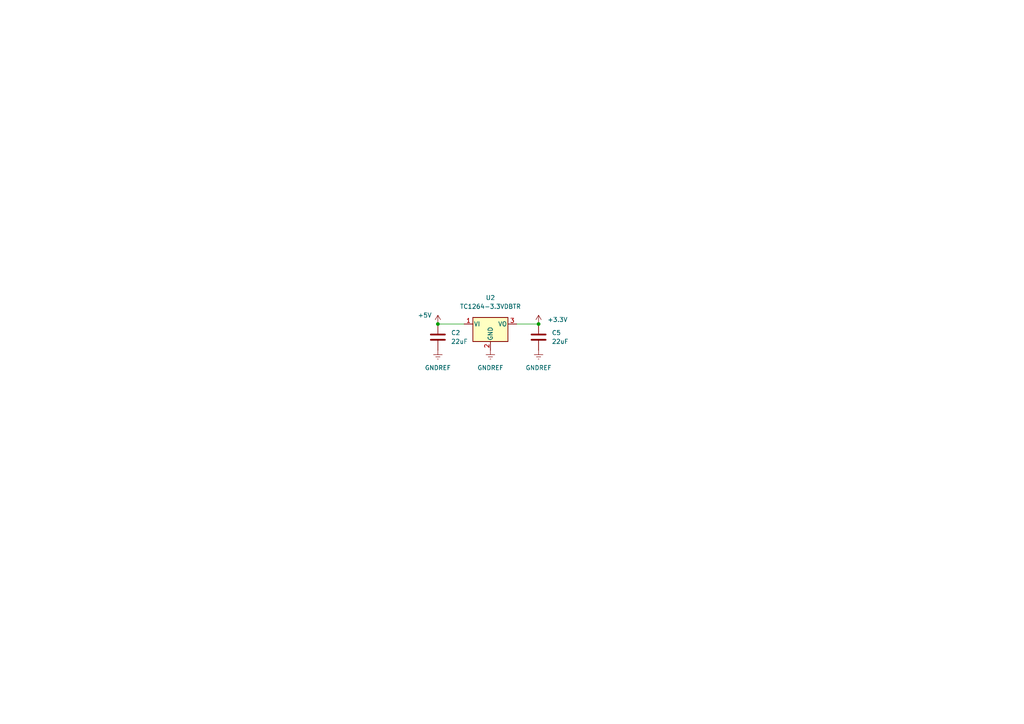
<source format=kicad_sch>
(kicad_sch (version 20230121) (generator eeschema)
  (paper "A4")
  (lib_symbols
    (symbol "Device:C" (pin_numbers hide) (pin_names (offset 0.254))
      (property "Reference" "C" (at 0.635 2.54 0))
      (property "Value" "C" (at 0.635 -2.54 0))
      (symbol "C_0_1"
        (polyline (pts (xy -2.032 -0.762) (xy 2.032 -0.762)) (stroke (width 0.508)))
        (polyline (pts (xy -2.032 0.762) (xy 2.032 0.762)) (stroke (width 0.508)))
      )
      (symbol "C_1_1"
        (pin passive line (at 0 3.81 270) (length 2.794) (name "~") (number "1"))
        (pin passive line (at 0 -3.81 90) (length 2.794) (name "~") (number "2"))
      )
    )
    (symbol "Regulator_Linear:AP7361C-33E" (pin_names (offset 0.254))
      (property "Reference" "U" (at -3.81 3.175 0))
      (property "Value" "AP7361C-33E" (at 0 3.175 0))
      (symbol "AP7361C-33E_0_1"
        (rectangle (start -5.08 -5.08) (end 5.08 1.905) (stroke (width 0.254)) (fill (type background)))
      )
      (symbol "AP7361C-33E_1_1"
        (pin power_in line (at -7.62 0 0) (length 2.54) (name "VI") (number "1"))
        (pin power_in line (at 0 -7.62 90) (length 2.54) (name "GND") (number "2"))
        (pin power_out line (at 7.62 0 180) (length 2.54) (name "VO") (number "3"))
      )
    )
    (symbol "power:+3.3V" (power) (pin_names (offset 0))
      (property "Value" "+3.3V" (at 0 3.556 0))
      (symbol "+3.3V_0_1"
        (polyline (pts (xy -0.762 1.27) (xy 0 2.54)))
        (polyline (pts (xy 0 0) (xy 0 2.54)))
        (polyline (pts (xy 0 2.54) (xy 0.762 1.27)))
      )
      (symbol "+3.3V_1_1"
        (pin power_in line (at 0 0 90) (length 0) hide (name "+3.3V") (number "1"))
      )
    )
    (symbol "power:+5V" (power) (pin_names (offset 0))
      (property "Value" "+5V" (at 0 3.556 0))
      (symbol "+5V_0_1"
        (polyline (pts (xy -0.762 1.27) (xy 0 2.54)))
        (polyline (pts (xy 0 0) (xy 0 2.54)))
        (polyline (pts (xy 0 2.54) (xy 0.762 1.27)))
      )
      (symbol "+5V_1_1"
        (pin power_in line (at 0 0 90) (length 0) hide (name "+5V") (number "1"))
      )
    )
    (symbol "power:GNDREF" (power) (pin_names (offset 0))
      (property "Value" "GNDREF" (at 0 -3.81 0))
      (symbol "GNDREF_0_1"
        (polyline (pts (xy -0.635 -1.905) (xy 0.635 -1.905)))
        (polyline (pts (xy -0.127 -2.54) (xy 0.127 -2.54)))
        (polyline (pts (xy 0 -1.27) (xy 0 0)))
        (polyline (pts (xy 1.27 -1.27) (xy -1.27 -1.27)))
      )
      (symbol "GNDREF_1_1"
        (pin power_in line (at 0 0 270) (length 0) hide (name "GNDREF") (number "1"))
      )
    )
  )
  (junction (at 156.21 93.98))
  (junction (at 127 93.98))
  (wire (pts (xy 127 93.98) (xy 134.62 93.98)))
  (wire (pts (xy 149.86 93.98) (xy 156.21 93.98)))
  (symbol (lib_id "Device:C") (at 127 97.79 0) (unit 1)
    (property "Reference" "C2" (at 130.81 96.5199 0) (effects (justify left)))
    (property "Value" "22uF" (at 130.81 99.0599 0) (effects (justify left)))
    (property "Footprint" "Capacitor_SMD:C_0805_2012Metric_Pad1.18x1.45mm_HandSolder" (effects hide))
    (property "MPN" "CL21A226MOCLRNC" (effects hide))
    (property "INFO" "DIGIKEY" (effects hide))
    (property "Supplier Part Number" "1276-6780-6-ND" (effects hide))
    (instances (project "ESP-Gamma-Detector" (path "" (reference "C2") (unit 1)) (path "" (reference "C2") (unit 1)) (path "" (reference "C2") (unit 1))) (project "opengeiger" (path "" (reference "C1") (unit 1))))
  )
  (symbol (lib_id "power:+3.3V") (at 156.21 93.98 0) (unit 1)
    (property "Reference" "#PWR013" (effects hide))
    (property "Value" "+3.3V" (at 158.75 92.7099 0) (effects (justify left)))
    (instances (project "ESP-Gamma-Detector" (path "" (reference "#PWR013") (unit 1)) (path "" (reference "#PWR05") (unit 1)) (path "" (reference "#PWR05") (unit 1))) (project "opengeiger" (path "" (reference "#PWR015") (unit 1))))
  )
  (symbol (lib_id "Device:C") (at 156.21 97.79 0) (unit 1)
    (property "Reference" "C5" (at 160.02 96.5199 0) (effects (justify left)))
    (property "Value" "22uF" (at 160.02 99.0599 0) (effects (justify left)))
    (property "Footprint" "Capacitor_SMD:C_0805_2012Metric_Pad1.18x1.45mm_HandSolder" (effects hide))
    (property "MPN" "CL21A226MOCLRNC" (effects hide))
    (property "INFO" "DIGIKEY" (effects hide))
    (property "Supplier Part Number" "1276-6780-6-ND" (effects hide))
    (instances (project "ESP-Gamma-Detector" (path "" (reference "C5") (unit 1)) (path "" (reference "C4") (unit 1)) (path "" (reference "C4") (unit 1))) (project "opengeiger" (path "" (reference "C3") (unit 1))))
  )
  (symbol (lib_id "power:+5V") (at 127 93.98 0) (unit 1)
    (property "Reference" "#PWR05" (effects hide))
    (property "Value" "+5V" (at 123.19 91.44 0))
    (instances (project "ESP-Gamma-Detector" (path "" (reference "#PWR05") (unit 1)) (path "" (reference "#PWR01") (unit 1)) (path "" (reference "#PWR01") (unit 1))) (project "opengeiger" (path "" (reference "#PWR06") (unit 1))))
  )
  (symbol (lib_id "Regulator_Linear:AP7361C-33E") (at 142.24 93.98 0) (unit 1)
    (property "Reference" "U2" (at 142.24 86.36 0))
    (property "Value" "TC1264-3.3VDBTR" (at 142.24 88.9 0))
    (property "Footprint" "Package_TO_SOT_SMD:SOT-223-3_TabPin2" (effects hide))
    (property "Datasheet" "https://ww1.microchip.com/downloads/aemDocuments/documents/APID/ProductDocuments/DataSheets/21375D.pdf" (effects hide))
    (property "MPN" "TC1264-3.3VDBTR" (effects hide))
    (property "INFO" "DIGIKEY" (effects hide))
    (property "Supplier Part Number" "TC1264-3.3VDBDKR-ND" (effects hide))
  )
  (symbol (lib_id "power:GNDREF") (at 127 101.6 0) (unit 1)
    (property "Reference" "#PWR06" (effects hide))
    (property "Value" "GNDREF" (at 127 106.68 0))
    (instances (project "ESP-Gamma-Detector" (path "" (reference "#PWR06") (unit 1)) (path "" (reference "#PWR02") (unit 1)) (path "" (reference "#PWR02") (unit 1))) (project "opengeiger" (path "" (reference "#PWR07") (unit 1))))
  )
  (symbol (lib_id "power:GNDREF") (at 156.21 101.6 0) (unit 1)
    (property "Reference" "#PWR014" (effects hide))
    (property "Value" "GNDREF" (at 156.21 106.68 0))
    (instances (project "ESP-Gamma-Detector" (path "" (reference "#PWR014") (unit 1)) (path "" (reference "#PWR06") (unit 1)) (path "" (reference "#PWR06") (unit 1))) (project "opengeiger" (path "" (reference "#PWR012") (unit 1))))
  )
  (symbol (lib_id "power:GNDREF") (at 142.24 101.6 0) (unit 1)
    (property "Reference" "#PWR011" (effects hide))
    (property "Value" "GNDREF" (at 142.24 106.68 0))
    (instances (project "ESP-Gamma-Detector" (path "" (reference "#PWR011") (unit 1)) (path "" (reference "#PWR03") (unit 1)) (path "" (reference "#PWR03") (unit 1))) (project "opengeiger" (path "" (reference "#PWR010") (unit 1))))
  )
)
</source>
